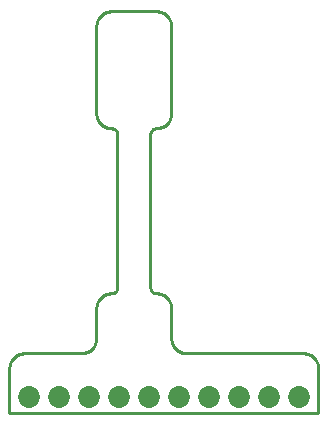
<source format=gbr>
G04 EAGLE Gerber RS-274X export*
G75*
%MOMM*%
%FSLAX34Y34*%
%LPD*%
%INSoldermask Bottom*%
%IPPOS*%
%AMOC8*
5,1,8,0,0,1.08239X$1,22.5*%
G01*
%ADD10C,1.853200*%
%ADD11C,0.254000*%


D10*
X16510Y13970D03*
X41910Y13970D03*
X67310Y13970D03*
X92710Y13970D03*
X118110Y13970D03*
X143510Y13970D03*
X168910Y13970D03*
X194310Y13970D03*
X219710Y13970D03*
X245110Y13970D03*
D11*
X0Y0D02*
X261620Y0D01*
X261620Y38100D01*
X261572Y39207D01*
X261427Y40305D01*
X261187Y41387D01*
X260854Y42444D01*
X260430Y43467D01*
X259919Y44450D01*
X259323Y45384D01*
X258649Y46263D01*
X257900Y47080D01*
X257083Y47829D01*
X256204Y48503D01*
X255270Y49099D01*
X254287Y49610D01*
X253264Y50034D01*
X252207Y50367D01*
X251125Y50607D01*
X250027Y50752D01*
X248920Y50800D01*
X149860Y50800D01*
X148753Y50848D01*
X147655Y50993D01*
X146573Y51233D01*
X145516Y51566D01*
X144493Y51990D01*
X143510Y52501D01*
X142576Y53097D01*
X141697Y53771D01*
X140880Y54520D01*
X140131Y55337D01*
X139457Y56216D01*
X138861Y57150D01*
X138350Y58133D01*
X137926Y59156D01*
X137593Y60213D01*
X137353Y61295D01*
X137208Y62393D01*
X137160Y63500D01*
X137160Y88900D01*
X137112Y90007D01*
X136967Y91105D01*
X136727Y92187D01*
X136394Y93244D01*
X135970Y94267D01*
X135459Y95250D01*
X134863Y96184D01*
X134189Y97063D01*
X133440Y97880D01*
X132623Y98629D01*
X131744Y99303D01*
X130810Y99899D01*
X129827Y100410D01*
X128804Y100834D01*
X127747Y101167D01*
X126665Y101407D01*
X125567Y101552D01*
X124460Y101600D01*
X124017Y101619D01*
X123578Y101677D01*
X123145Y101773D01*
X122723Y101906D01*
X122313Y102076D01*
X121920Y102281D01*
X121546Y102519D01*
X121195Y102789D01*
X120868Y103088D01*
X120569Y103415D01*
X120299Y103766D01*
X120061Y104140D01*
X119856Y104533D01*
X119686Y104943D01*
X119553Y105365D01*
X119457Y105798D01*
X119399Y106237D01*
X119380Y106680D01*
X119380Y236220D01*
X119399Y236663D01*
X119457Y237102D01*
X119553Y237535D01*
X119686Y237957D01*
X119856Y238367D01*
X120061Y238760D01*
X120299Y239134D01*
X120569Y239485D01*
X120868Y239812D01*
X121195Y240112D01*
X121546Y240381D01*
X121920Y240619D01*
X122313Y240824D01*
X122723Y240994D01*
X123145Y241127D01*
X123578Y241223D01*
X124017Y241281D01*
X124460Y241300D01*
X125567Y241348D01*
X126665Y241493D01*
X127747Y241733D01*
X128804Y242066D01*
X129827Y242490D01*
X130810Y243001D01*
X131744Y243597D01*
X132623Y244271D01*
X133440Y245020D01*
X134189Y245837D01*
X134863Y246716D01*
X135459Y247650D01*
X135970Y248633D01*
X136394Y249656D01*
X136727Y250713D01*
X136967Y251795D01*
X137112Y252893D01*
X137160Y254000D01*
X137160Y327660D01*
X137112Y328767D01*
X136967Y329865D01*
X136727Y330947D01*
X136394Y332004D01*
X135970Y333027D01*
X135459Y334010D01*
X134863Y334944D01*
X134189Y335823D01*
X133440Y336640D01*
X132623Y337389D01*
X131744Y338063D01*
X130810Y338659D01*
X129827Y339170D01*
X128804Y339594D01*
X127747Y339927D01*
X126665Y340167D01*
X125567Y340312D01*
X124460Y340360D01*
X86360Y340360D01*
X85253Y340312D01*
X84155Y340167D01*
X83073Y339927D01*
X82016Y339594D01*
X80993Y339170D01*
X80010Y338659D01*
X79076Y338063D01*
X78197Y337389D01*
X77380Y336640D01*
X76631Y335823D01*
X75957Y334944D01*
X75361Y334010D01*
X74850Y333027D01*
X74426Y332004D01*
X74093Y330947D01*
X73853Y329865D01*
X73708Y328767D01*
X73660Y327660D01*
X73660Y254000D01*
X73708Y252893D01*
X73853Y251795D01*
X74093Y250713D01*
X74426Y249656D01*
X74850Y248633D01*
X75361Y247650D01*
X75957Y246716D01*
X76631Y245837D01*
X77380Y245020D01*
X78197Y244271D01*
X79076Y243597D01*
X80010Y243001D01*
X80993Y242490D01*
X82016Y242066D01*
X83073Y241733D01*
X84155Y241493D01*
X85253Y241348D01*
X86360Y241300D01*
X86803Y241281D01*
X87242Y241223D01*
X87675Y241127D01*
X88097Y240994D01*
X88507Y240824D01*
X88900Y240619D01*
X89274Y240381D01*
X89625Y240112D01*
X89952Y239812D01*
X90252Y239485D01*
X90521Y239134D01*
X90759Y238760D01*
X90964Y238367D01*
X91134Y237957D01*
X91267Y237535D01*
X91363Y237102D01*
X91421Y236663D01*
X91440Y236220D01*
X91440Y106680D01*
X91421Y106237D01*
X91363Y105798D01*
X91267Y105365D01*
X91134Y104943D01*
X90964Y104533D01*
X90759Y104140D01*
X90521Y103766D01*
X90252Y103415D01*
X89952Y103088D01*
X89625Y102789D01*
X89274Y102519D01*
X88900Y102281D01*
X88507Y102076D01*
X88097Y101906D01*
X87675Y101773D01*
X87242Y101677D01*
X86803Y101619D01*
X86360Y101600D01*
X85253Y101552D01*
X84155Y101407D01*
X83073Y101167D01*
X82016Y100834D01*
X80993Y100410D01*
X80010Y99899D01*
X79076Y99303D01*
X78197Y98629D01*
X77380Y97880D01*
X76631Y97063D01*
X75957Y96184D01*
X75361Y95250D01*
X74850Y94267D01*
X74426Y93244D01*
X74093Y92187D01*
X73853Y91105D01*
X73708Y90007D01*
X73660Y88900D01*
X73660Y63500D01*
X73612Y62393D01*
X73467Y61295D01*
X73227Y60213D01*
X72894Y59156D01*
X72470Y58133D01*
X71959Y57150D01*
X71363Y56216D01*
X70689Y55337D01*
X69940Y54520D01*
X69123Y53771D01*
X68244Y53097D01*
X67310Y52501D01*
X66327Y51990D01*
X65304Y51566D01*
X64247Y51233D01*
X63165Y50993D01*
X62067Y50848D01*
X60960Y50800D01*
X12700Y50800D01*
X11593Y50752D01*
X10495Y50607D01*
X9413Y50367D01*
X8356Y50034D01*
X7333Y49610D01*
X6350Y49099D01*
X5416Y48503D01*
X4537Y47829D01*
X3720Y47080D01*
X2971Y46263D01*
X2297Y45384D01*
X1701Y44450D01*
X1190Y43467D01*
X766Y42444D01*
X433Y41387D01*
X193Y40305D01*
X48Y39207D01*
X0Y38100D01*
X0Y0D01*
M02*

</source>
